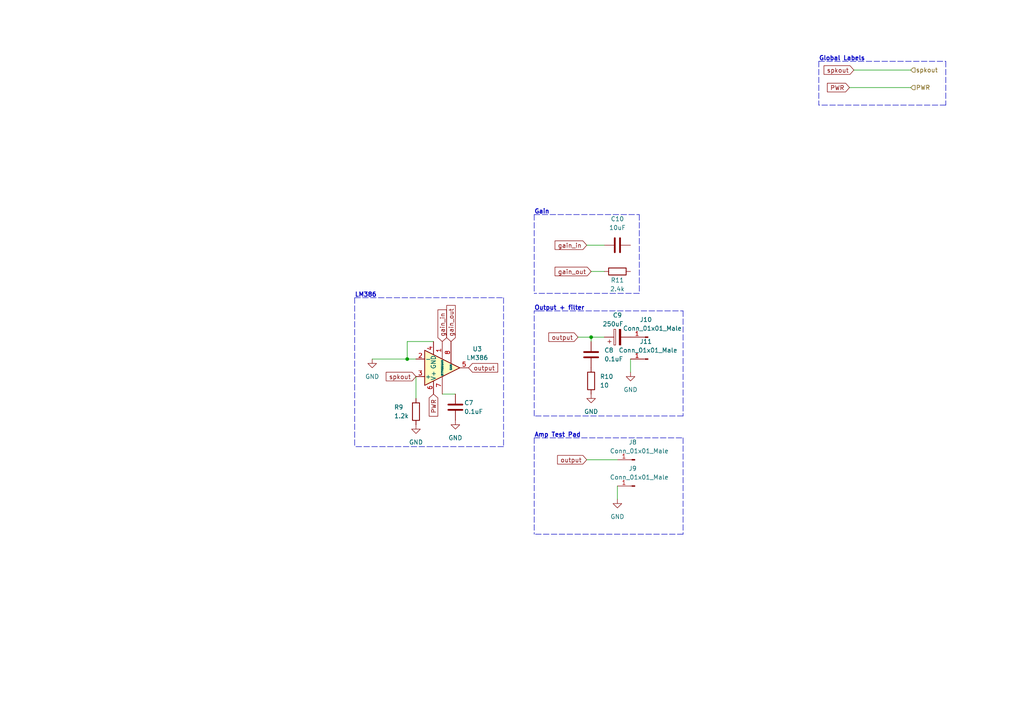
<source format=kicad_sch>
(kicad_sch (version 20211123) (generator eeschema)

  (uuid 89e35d13-9a11-42e5-9230-8f8cd01dd9ca)

  (paper "A4")

  (lib_symbols
    (symbol "Amplifier_Audio:LM386" (pin_names (offset 0.127)) (in_bom yes) (on_board yes)
      (property "Reference" "U" (id 0) (at 1.27 7.62 0)
        (effects (font (size 1.27 1.27)) (justify left))
      )
      (property "Value" "LM386" (id 1) (at 1.27 5.08 0)
        (effects (font (size 1.27 1.27)) (justify left))
      )
      (property "Footprint" "" (id 2) (at 2.54 2.54 0)
        (effects (font (size 1.27 1.27)) hide)
      )
      (property "Datasheet" "http://www.ti.com/lit/ds/symlink/lm386.pdf" (id 3) (at 5.08 5.08 0)
        (effects (font (size 1.27 1.27)) hide)
      )
      (property "ki_keywords" "single Power opamp" (id 4) (at 0 0 0)
        (effects (font (size 1.27 1.27)) hide)
      )
      (property "ki_description" "Low Voltage Audio Power Amplifier, DIP-8/SOIC-8/SSOP-8" (id 5) (at 0 0 0)
        (effects (font (size 1.27 1.27)) hide)
      )
      (property "ki_fp_filters" "SOIC*3.9x4.9mm*P1.27mm* DIP*W7.62mm* MSSOP*P0.65mm* TSSOP*3x3mm*P0.5mm*" (id 6) (at 0 0 0)
        (effects (font (size 1.27 1.27)) hide)
      )
      (symbol "LM386_0_1"
        (polyline
          (pts
            (xy 5.08 0)
            (xy -5.08 5.08)
            (xy -5.08 -5.08)
            (xy 5.08 0)
          )
          (stroke (width 0.254) (type default) (color 0 0 0 0))
          (fill (type background))
        )
      )
      (symbol "LM386_1_1"
        (pin input line (at 0 -7.62 90) (length 5.08)
          (name "GAIN" (effects (font (size 0.508 0.508))))
          (number "1" (effects (font (size 1.27 1.27))))
        )
        (pin input line (at -7.62 -2.54 0) (length 2.54)
          (name "-" (effects (font (size 1.27 1.27))))
          (number "2" (effects (font (size 1.27 1.27))))
        )
        (pin input line (at -7.62 2.54 0) (length 2.54)
          (name "+" (effects (font (size 1.27 1.27))))
          (number "3" (effects (font (size 1.27 1.27))))
        )
        (pin power_in line (at -2.54 -7.62 90) (length 3.81)
          (name "GND" (effects (font (size 1.27 1.27))))
          (number "4" (effects (font (size 1.27 1.27))))
        )
        (pin output line (at 7.62 0 180) (length 2.54)
          (name "~" (effects (font (size 1.27 1.27))))
          (number "5" (effects (font (size 1.27 1.27))))
        )
        (pin power_in line (at -2.54 7.62 270) (length 3.81)
          (name "V+" (effects (font (size 1.27 1.27))))
          (number "6" (effects (font (size 1.27 1.27))))
        )
        (pin input line (at 0 7.62 270) (length 5.08)
          (name "BYPASS" (effects (font (size 0.508 0.508))))
          (number "7" (effects (font (size 1.27 1.27))))
        )
        (pin input line (at 2.54 -7.62 90) (length 6.35)
          (name "GAIN" (effects (font (size 0.508 0.508))))
          (number "8" (effects (font (size 1.27 1.27))))
        )
      )
    )
    (symbol "Connector:Conn_01x01_Male" (pin_names (offset 1.016) hide) (in_bom yes) (on_board yes)
      (property "Reference" "J" (id 0) (at 0 2.54 0)
        (effects (font (size 1.27 1.27)))
      )
      (property "Value" "Conn_01x01_Male" (id 1) (at 0 -2.54 0)
        (effects (font (size 1.27 1.27)))
      )
      (property "Footprint" "" (id 2) (at 0 0 0)
        (effects (font (size 1.27 1.27)) hide)
      )
      (property "Datasheet" "~" (id 3) (at 0 0 0)
        (effects (font (size 1.27 1.27)) hide)
      )
      (property "ki_keywords" "connector" (id 4) (at 0 0 0)
        (effects (font (size 1.27 1.27)) hide)
      )
      (property "ki_description" "Generic connector, single row, 01x01, script generated (kicad-library-utils/schlib/autogen/connector/)" (id 5) (at 0 0 0)
        (effects (font (size 1.27 1.27)) hide)
      )
      (property "ki_fp_filters" "Connector*:*" (id 6) (at 0 0 0)
        (effects (font (size 1.27 1.27)) hide)
      )
      (symbol "Conn_01x01_Male_1_1"
        (polyline
          (pts
            (xy 1.27 0)
            (xy 0.8636 0)
          )
          (stroke (width 0.1524) (type default) (color 0 0 0 0))
          (fill (type none))
        )
        (rectangle (start 0.8636 0.127) (end 0 -0.127)
          (stroke (width 0.1524) (type default) (color 0 0 0 0))
          (fill (type outline))
        )
        (pin passive line (at 5.08 0 180) (length 3.81)
          (name "Pin_1" (effects (font (size 1.27 1.27))))
          (number "1" (effects (font (size 1.27 1.27))))
        )
      )
    )
    (symbol "Device:C" (pin_numbers hide) (pin_names (offset 0.254)) (in_bom yes) (on_board yes)
      (property "Reference" "C" (id 0) (at 0.635 2.54 0)
        (effects (font (size 1.27 1.27)) (justify left))
      )
      (property "Value" "C" (id 1) (at 0.635 -2.54 0)
        (effects (font (size 1.27 1.27)) (justify left))
      )
      (property "Footprint" "" (id 2) (at 0.9652 -3.81 0)
        (effects (font (size 1.27 1.27)) hide)
      )
      (property "Datasheet" "~" (id 3) (at 0 0 0)
        (effects (font (size 1.27 1.27)) hide)
      )
      (property "ki_keywords" "cap capacitor" (id 4) (at 0 0 0)
        (effects (font (size 1.27 1.27)) hide)
      )
      (property "ki_description" "Unpolarized capacitor" (id 5) (at 0 0 0)
        (effects (font (size 1.27 1.27)) hide)
      )
      (property "ki_fp_filters" "C_*" (id 6) (at 0 0 0)
        (effects (font (size 1.27 1.27)) hide)
      )
      (symbol "C_0_1"
        (polyline
          (pts
            (xy -2.032 -0.762)
            (xy 2.032 -0.762)
          )
          (stroke (width 0.508) (type default) (color 0 0 0 0))
          (fill (type none))
        )
        (polyline
          (pts
            (xy -2.032 0.762)
            (xy 2.032 0.762)
          )
          (stroke (width 0.508) (type default) (color 0 0 0 0))
          (fill (type none))
        )
      )
      (symbol "C_1_1"
        (pin passive line (at 0 3.81 270) (length 2.794)
          (name "~" (effects (font (size 1.27 1.27))))
          (number "1" (effects (font (size 1.27 1.27))))
        )
        (pin passive line (at 0 -3.81 90) (length 2.794)
          (name "~" (effects (font (size 1.27 1.27))))
          (number "2" (effects (font (size 1.27 1.27))))
        )
      )
    )
    (symbol "Device:C_Polarized" (pin_numbers hide) (pin_names (offset 0.254)) (in_bom yes) (on_board yes)
      (property "Reference" "C" (id 0) (at 0.635 2.54 0)
        (effects (font (size 1.27 1.27)) (justify left))
      )
      (property "Value" "C_Polarized" (id 1) (at 0.635 -2.54 0)
        (effects (font (size 1.27 1.27)) (justify left))
      )
      (property "Footprint" "" (id 2) (at 0.9652 -3.81 0)
        (effects (font (size 1.27 1.27)) hide)
      )
      (property "Datasheet" "~" (id 3) (at 0 0 0)
        (effects (font (size 1.27 1.27)) hide)
      )
      (property "ki_keywords" "cap capacitor" (id 4) (at 0 0 0)
        (effects (font (size 1.27 1.27)) hide)
      )
      (property "ki_description" "Polarized capacitor" (id 5) (at 0 0 0)
        (effects (font (size 1.27 1.27)) hide)
      )
      (property "ki_fp_filters" "CP_*" (id 6) (at 0 0 0)
        (effects (font (size 1.27 1.27)) hide)
      )
      (symbol "C_Polarized_0_1"
        (rectangle (start -2.286 0.508) (end 2.286 1.016)
          (stroke (width 0) (type default) (color 0 0 0 0))
          (fill (type none))
        )
        (polyline
          (pts
            (xy -1.778 2.286)
            (xy -0.762 2.286)
          )
          (stroke (width 0) (type default) (color 0 0 0 0))
          (fill (type none))
        )
        (polyline
          (pts
            (xy -1.27 2.794)
            (xy -1.27 1.778)
          )
          (stroke (width 0) (type default) (color 0 0 0 0))
          (fill (type none))
        )
        (rectangle (start 2.286 -0.508) (end -2.286 -1.016)
          (stroke (width 0) (type default) (color 0 0 0 0))
          (fill (type outline))
        )
      )
      (symbol "C_Polarized_1_1"
        (pin passive line (at 0 3.81 270) (length 2.794)
          (name "~" (effects (font (size 1.27 1.27))))
          (number "1" (effects (font (size 1.27 1.27))))
        )
        (pin passive line (at 0 -3.81 90) (length 2.794)
          (name "~" (effects (font (size 1.27 1.27))))
          (number "2" (effects (font (size 1.27 1.27))))
        )
      )
    )
    (symbol "Device:R" (pin_numbers hide) (pin_names (offset 0)) (in_bom yes) (on_board yes)
      (property "Reference" "R" (id 0) (at 2.032 0 90)
        (effects (font (size 1.27 1.27)))
      )
      (property "Value" "R" (id 1) (at 0 0 90)
        (effects (font (size 1.27 1.27)))
      )
      (property "Footprint" "" (id 2) (at -1.778 0 90)
        (effects (font (size 1.27 1.27)) hide)
      )
      (property "Datasheet" "~" (id 3) (at 0 0 0)
        (effects (font (size 1.27 1.27)) hide)
      )
      (property "ki_keywords" "R res resistor" (id 4) (at 0 0 0)
        (effects (font (size 1.27 1.27)) hide)
      )
      (property "ki_description" "Resistor" (id 5) (at 0 0 0)
        (effects (font (size 1.27 1.27)) hide)
      )
      (property "ki_fp_filters" "R_*" (id 6) (at 0 0 0)
        (effects (font (size 1.27 1.27)) hide)
      )
      (symbol "R_0_1"
        (rectangle (start -1.016 -2.54) (end 1.016 2.54)
          (stroke (width 0.254) (type default) (color 0 0 0 0))
          (fill (type none))
        )
      )
      (symbol "R_1_1"
        (pin passive line (at 0 3.81 270) (length 1.27)
          (name "~" (effects (font (size 1.27 1.27))))
          (number "1" (effects (font (size 1.27 1.27))))
        )
        (pin passive line (at 0 -3.81 90) (length 1.27)
          (name "~" (effects (font (size 1.27 1.27))))
          (number "2" (effects (font (size 1.27 1.27))))
        )
      )
    )
    (symbol "power:GND" (power) (pin_names (offset 0)) (in_bom yes) (on_board yes)
      (property "Reference" "#PWR" (id 0) (at 0 -6.35 0)
        (effects (font (size 1.27 1.27)) hide)
      )
      (property "Value" "GND" (id 1) (at 0 -3.81 0)
        (effects (font (size 1.27 1.27)))
      )
      (property "Footprint" "" (id 2) (at 0 0 0)
        (effects (font (size 1.27 1.27)) hide)
      )
      (property "Datasheet" "" (id 3) (at 0 0 0)
        (effects (font (size 1.27 1.27)) hide)
      )
      (property "ki_keywords" "global power" (id 4) (at 0 0 0)
        (effects (font (size 1.27 1.27)) hide)
      )
      (property "ki_description" "Power symbol creates a global label with name \"GND\" , ground" (id 5) (at 0 0 0)
        (effects (font (size 1.27 1.27)) hide)
      )
      (symbol "GND_0_1"
        (polyline
          (pts
            (xy 0 0)
            (xy 0 -1.27)
            (xy 1.27 -1.27)
            (xy 0 -2.54)
            (xy -1.27 -1.27)
            (xy 0 -1.27)
          )
          (stroke (width 0) (type default) (color 0 0 0 0))
          (fill (type none))
        )
      )
      (symbol "GND_1_1"
        (pin power_in line (at 0 0 270) (length 0) hide
          (name "GND" (effects (font (size 1.27 1.27))))
          (number "1" (effects (font (size 1.27 1.27))))
        )
      )
    )
  )

  (junction (at 171.45 97.79) (diameter 0) (color 0 0 0 0)
    (uuid 80e792b0-d46d-4a67-8464-50892112473f)
  )
  (junction (at 118.11 104.14) (diameter 0) (color 0 0 0 0)
    (uuid ed247239-bc9c-4f73-8e25-3cb848ce2543)
  )

  (polyline (pts (xy 274.32 30.48) (xy 237.49 30.48))
    (stroke (width 0) (type default) (color 0 0 0 0))
    (uuid 05a6b8fc-6df0-40af-8235-34ee9c0475e2)
  )

  (wire (pts (xy 179.07 140.97) (xy 179.07 144.78))
    (stroke (width 0) (type default) (color 0 0 0 0))
    (uuid 0fcce829-2962-4efe-a33a-6ba483b9114a)
  )
  (polyline (pts (xy 154.94 120.65) (xy 154.94 90.17))
    (stroke (width 0) (type default) (color 0 0 0 0))
    (uuid 133040aa-0c8d-4073-9724-4975c2ed0f34)
  )
  (polyline (pts (xy 146.05 86.36) (xy 146.05 129.54))
    (stroke (width 0) (type default) (color 0 0 0 0))
    (uuid 1bf72d14-5e1c-4a16-a3fd-5ac791319be9)
  )

  (wire (pts (xy 246.38 25.4) (xy 264.16 25.4))
    (stroke (width 0) (type default) (color 0 0 0 0))
    (uuid 1c6202af-7f05-491b-8ce1-3154fcb30b91)
  )
  (polyline (pts (xy 237.49 17.78) (xy 274.32 17.78))
    (stroke (width 0) (type default) (color 0 0 0 0))
    (uuid 218ff821-43c9-4496-add2-ae881442dff0)
  )
  (polyline (pts (xy 198.12 120.65) (xy 154.94 120.65))
    (stroke (width 0) (type default) (color 0 0 0 0))
    (uuid 27ec7739-64c1-4ee3-adf8-639c9715efbd)
  )
  (polyline (pts (xy 154.94 127) (xy 198.12 127))
    (stroke (width 0) (type default) (color 0 0 0 0))
    (uuid 294f255d-e271-4783-aaba-c8eee1eeb196)
  )
  (polyline (pts (xy 156.21 90.17) (xy 198.12 90.17))
    (stroke (width 0) (type default) (color 0 0 0 0))
    (uuid 3f7af3a5-2c0f-4ea2-a8ea-aa651558ba3c)
  )
  (polyline (pts (xy 154.94 90.17) (xy 156.21 90.17))
    (stroke (width 0) (type default) (color 0 0 0 0))
    (uuid 48e10d58-b4a9-44c4-bd52-77bda3a3e4ef)
  )

  (wire (pts (xy 120.65 109.22) (xy 120.65 115.57))
    (stroke (width 0) (type default) (color 0 0 0 0))
    (uuid 56994c9c-00c1-4bab-b9d8-d3254273c157)
  )
  (wire (pts (xy 118.11 104.14) (xy 120.65 104.14))
    (stroke (width 0) (type default) (color 0 0 0 0))
    (uuid 5744add2-9b3e-444a-b39d-a3cd74ae5f15)
  )
  (wire (pts (xy 167.64 97.79) (xy 171.45 97.79))
    (stroke (width 0) (type default) (color 0 0 0 0))
    (uuid 57764bcd-4f5d-4e04-ada1-25cb110a2b4b)
  )
  (polyline (pts (xy 185.42 85.09) (xy 154.94 85.09))
    (stroke (width 0) (type default) (color 0 0 0 0))
    (uuid 65c9d92a-0fb0-4cb4-a21b-2fce6f6cdf5f)
  )
  (polyline (pts (xy 154.94 127) (xy 154.94 154.94))
    (stroke (width 0) (type default) (color 0 0 0 0))
    (uuid 68f7648b-b86e-498f-9faa-9a375da604bf)
  )

  (wire (pts (xy 171.45 97.79) (xy 171.45 99.06))
    (stroke (width 0) (type default) (color 0 0 0 0))
    (uuid 6e30ef27-80a4-4b7d-aff6-b36ecbb70137)
  )
  (polyline (pts (xy 237.49 17.78) (xy 237.49 30.48))
    (stroke (width 0) (type default) (color 0 0 0 0))
    (uuid 7cb74228-6de5-4cd5-b741-ad9355e0a1bd)
  )

  (wire (pts (xy 118.11 99.06) (xy 118.11 104.14))
    (stroke (width 0) (type default) (color 0 0 0 0))
    (uuid 8eac57af-6394-49c3-8cbd-64d0a98a3294)
  )
  (polyline (pts (xy 185.42 62.23) (xy 185.42 85.09))
    (stroke (width 0) (type default) (color 0 0 0 0))
    (uuid 8ed39aae-f74c-4188-940e-4f69d8b9980d)
  )

  (wire (pts (xy 132.08 114.3) (xy 128.27 114.3))
    (stroke (width 0) (type default) (color 0 0 0 0))
    (uuid 98302493-c026-44b8-a4f2-d15ab3e5dcaa)
  )
  (wire (pts (xy 247.65 20.32) (xy 264.16 20.32))
    (stroke (width 0) (type default) (color 0 0 0 0))
    (uuid 99f21c97-a4fd-4c6c-9408-ef43e2efebaf)
  )
  (polyline (pts (xy 274.32 17.78) (xy 274.32 30.48))
    (stroke (width 0) (type default) (color 0 0 0 0))
    (uuid a06a3a7a-a7f6-49cc-9e06-8473e1d15287)
  )

  (wire (pts (xy 170.18 71.12) (xy 175.26 71.12))
    (stroke (width 0) (type default) (color 0 0 0 0))
    (uuid a924a348-b977-409e-a1da-de8fcb00ba66)
  )
  (wire (pts (xy 125.73 99.06) (xy 118.11 99.06))
    (stroke (width 0) (type default) (color 0 0 0 0))
    (uuid adedc55b-b018-4160-8c52-281e00ab0b04)
  )
  (polyline (pts (xy 154.94 62.23) (xy 154.94 85.09))
    (stroke (width 0) (type default) (color 0 0 0 0))
    (uuid aecaeec3-22a1-432c-8fe7-1f02c76e730b)
  )

  (wire (pts (xy 170.18 133.35) (xy 179.07 133.35))
    (stroke (width 0) (type default) (color 0 0 0 0))
    (uuid b0f97158-04d4-49a2-a8e7-4a8d23102bf7)
  )
  (wire (pts (xy 107.95 104.14) (xy 118.11 104.14))
    (stroke (width 0) (type default) (color 0 0 0 0))
    (uuid b5d861a7-9dc9-49ca-8202-f76532182c87)
  )
  (polyline (pts (xy 198.12 127) (xy 198.12 154.94))
    (stroke (width 0) (type default) (color 0 0 0 0))
    (uuid bcd328c9-d0d4-49a6-a150-8b6b61fecb5f)
  )
  (polyline (pts (xy 198.12 90.17) (xy 198.12 120.65))
    (stroke (width 0) (type default) (color 0 0 0 0))
    (uuid bcec7ce2-ea0d-4004-b61b-5f117d00f8c6)
  )

  (wire (pts (xy 171.45 78.74) (xy 175.26 78.74))
    (stroke (width 0) (type default) (color 0 0 0 0))
    (uuid cca47eb0-87e9-425a-8440-e2013d994e2d)
  )
  (wire (pts (xy 171.45 97.79) (xy 175.26 97.79))
    (stroke (width 0) (type default) (color 0 0 0 0))
    (uuid d5ab7112-7907-4951-a078-4ac312752c25)
  )
  (polyline (pts (xy 198.12 154.94) (xy 154.94 154.94))
    (stroke (width 0) (type default) (color 0 0 0 0))
    (uuid d70fc489-a8a2-480a-9b8a-2d365af7ba6b)
  )
  (polyline (pts (xy 102.87 86.36) (xy 146.05 86.36))
    (stroke (width 0) (type default) (color 0 0 0 0))
    (uuid d80f40ff-5cd8-4c3d-a3fa-dfbe4daecb6a)
  )
  (polyline (pts (xy 102.87 86.36) (xy 102.87 129.54))
    (stroke (width 0) (type default) (color 0 0 0 0))
    (uuid d99aa9f6-42b6-4d02-99a0-c00245c8afe8)
  )

  (wire (pts (xy 182.88 104.14) (xy 182.88 107.95))
    (stroke (width 0) (type default) (color 0 0 0 0))
    (uuid e28a8586-9fd7-483a-b172-052f3c088f59)
  )
  (polyline (pts (xy 146.05 129.54) (xy 102.87 129.54))
    (stroke (width 0) (type default) (color 0 0 0 0))
    (uuid ed8c4d2e-2a7c-4b5b-9d10-9a82131201e2)
  )
  (polyline (pts (xy 154.94 62.23) (xy 185.42 62.23))
    (stroke (width 0) (type default) (color 0 0 0 0))
    (uuid f7ff2e97-4b9a-4345-be91-2f9d635560d0)
  )

  (text "Gain" (at 154.94 62.23 0)
    (effects (font (size 1.27 1.27) (thickness 0.254) bold) (justify left bottom))
    (uuid 0d2be527-6718-41c0-a754-155a1f3c945e)
  )
  (text "Amp Test Pad" (at 154.94 127 0)
    (effects (font (size 1.27 1.27) (thickness 0.254) bold) (justify left bottom))
    (uuid 2e80db88-7f5a-4700-ab58-27cf6c7a9081)
  )
  (text "Global Labels" (at 237.49 17.78 0)
    (effects (font (size 1.27 1.27) (thickness 0.254) bold) (justify left bottom))
    (uuid 4c9cdd41-8c39-4d24-a8ff-06c677b69b1e)
  )
  (text "Output + filter" (at 154.94 90.17 0)
    (effects (font (size 1.27 1.27) (thickness 0.254) bold) (justify left bottom))
    (uuid e1c954e9-eb8d-47a8-aa4d-d736434ef8ac)
  )
  (text "LM386" (at 102.87 86.36 0)
    (effects (font (size 1.27 1.27) bold) (justify left bottom))
    (uuid e6c07a63-b404-484d-8e2b-71bfa7d5f484)
  )

  (global_label "spkout" (shape input) (at 247.65 20.32 180) (fields_autoplaced)
    (effects (font (size 1.27 1.27)) (justify right))
    (uuid 00043014-e5b8-434f-bc09-5168c6440294)
    (property "Intersheet References" "${INTERSHEET_REFS}" (id 0) (at 239.0079 20.2406 0)
      (effects (font (size 1.27 1.27)) (justify right) hide)
    )
  )
  (global_label "PWR" (shape input) (at 125.73 114.3 270) (fields_autoplaced)
    (effects (font (size 1.27 1.27)) (justify right))
    (uuid 085f27ae-7b4e-4c3f-be64-05e2b25bab0f)
    (property "Intersheet References" "${INTERSHEET_REFS}" (id 0) (at 125.6506 120.7045 90)
      (effects (font (size 1.27 1.27)) (justify right) hide)
    )
  )
  (global_label "output" (shape input) (at 167.64 97.79 180) (fields_autoplaced)
    (effects (font (size 1.27 1.27)) (justify right))
    (uuid 2a434cf6-920c-4c62-8260-ca53d71e2ca5)
    (property "Intersheet References" "${INTERSHEET_REFS}" (id 0) (at 159.1793 97.7106 0)
      (effects (font (size 1.27 1.27)) (justify right) hide)
    )
  )
  (global_label "gain_out" (shape input) (at 130.81 99.06 90) (fields_autoplaced)
    (effects (font (size 1.27 1.27)) (justify left))
    (uuid 6b45b195-13cc-4113-9433-066d3be1921d)
    (property "Intersheet References" "${INTERSHEET_REFS}" (id 0) (at 130.7306 88.6036 90)
      (effects (font (size 1.27 1.27)) (justify left) hide)
    )
  )
  (global_label "spkout" (shape input) (at 120.65 109.22 180) (fields_autoplaced)
    (effects (font (size 1.27 1.27)) (justify right))
    (uuid 6f53f2d5-9c61-4f08-99a3-665ff6d35853)
    (property "Intersheet References" "${INTERSHEET_REFS}" (id 0) (at 112.0079 109.1406 0)
      (effects (font (size 1.27 1.27)) (justify right) hide)
    )
  )
  (global_label "gain_out" (shape input) (at 171.45 78.74 180) (fields_autoplaced)
    (effects (font (size 1.27 1.27)) (justify right))
    (uuid 6f908467-7027-41aa-91d4-8c69ab433787)
    (property "Intersheet References" "${INTERSHEET_REFS}" (id 0) (at 160.9936 78.6606 0)
      (effects (font (size 1.27 1.27)) (justify right) hide)
    )
  )
  (global_label "gain_in" (shape input) (at 170.18 71.12 180) (fields_autoplaced)
    (effects (font (size 1.27 1.27)) (justify right))
    (uuid 77cd4ca1-f82e-4751-ac9c-1a70d1f2e9b1)
    (property "Intersheet References" "${INTERSHEET_REFS}" (id 0) (at 160.9936 71.0406 0)
      (effects (font (size 1.27 1.27)) (justify right) hide)
    )
  )
  (global_label "output" (shape input) (at 135.89 106.68 0) (fields_autoplaced)
    (effects (font (size 1.27 1.27)) (justify left))
    (uuid 8c68a07c-0613-4d91-ab7d-01889f1fff9c)
    (property "Intersheet References" "${INTERSHEET_REFS}" (id 0) (at 144.3507 106.7594 0)
      (effects (font (size 1.27 1.27)) (justify left) hide)
    )
  )
  (global_label "output" (shape input) (at 170.18 133.35 180) (fields_autoplaced)
    (effects (font (size 1.27 1.27)) (justify right))
    (uuid b9546003-22a0-427b-bba4-d91edc9611fb)
    (property "Intersheet References" "${INTERSHEET_REFS}" (id 0) (at 161.7193 133.2706 0)
      (effects (font (size 1.27 1.27)) (justify right) hide)
    )
  )
  (global_label "gain_in" (shape input) (at 128.27 99.06 90) (fields_autoplaced)
    (effects (font (size 1.27 1.27)) (justify left))
    (uuid c41d66f7-9c4b-457b-b505-25ff4804ac45)
    (property "Intersheet References" "${INTERSHEET_REFS}" (id 0) (at 128.1906 89.8736 90)
      (effects (font (size 1.27 1.27)) (justify left) hide)
    )
  )
  (global_label "PWR" (shape input) (at 246.38 25.4 180) (fields_autoplaced)
    (effects (font (size 1.27 1.27)) (justify right))
    (uuid f6072694-506b-42bd-9d70-959dcca81096)
    (property "Intersheet References" "${INTERSHEET_REFS}" (id 0) (at 239.9755 25.3206 0)
      (effects (font (size 1.27 1.27)) (justify right) hide)
    )
  )

  (hierarchical_label "spkout" (shape input) (at 264.16 20.32 0)
    (effects (font (size 1.27 1.27)) (justify left))
    (uuid 9354a11f-2390-492e-a5f1-57b7cbcf43cb)
  )
  (hierarchical_label "PWR" (shape input) (at 264.16 25.4 0)
    (effects (font (size 1.27 1.27)) (justify left))
    (uuid a25ac392-9d74-4469-9e0c-953f877c286f)
  )

  (symbol (lib_id "Device:C") (at 171.45 102.87 0) (unit 1)
    (in_bom yes) (on_board yes) (fields_autoplaced)
    (uuid 11024ca7-6b49-4898-ba5d-b0467825613d)
    (property "Reference" "C8" (id 0) (at 175.26 101.5999 0)
      (effects (font (size 1.27 1.27)) (justify left))
    )
    (property "Value" "0.1uF" (id 1) (at 175.26 104.1399 0)
      (effects (font (size 1.27 1.27)) (justify left))
    )
    (property "Footprint" "Capacitor_SMD:C_0402_1005Metric" (id 2) (at 172.4152 106.68 0)
      (effects (font (size 1.27 1.27)) hide)
    )
    (property "Datasheet" "~" (id 3) (at 171.45 102.87 0)
      (effects (font (size 1.27 1.27)) hide)
    )
    (pin "1" (uuid 584f8f39-dedd-4a03-b692-0710a560bfba))
    (pin "2" (uuid 0bb7af38-c82f-4eff-8478-70578007a36a))
  )

  (symbol (lib_id "power:GND") (at 120.65 123.19 0) (unit 1)
    (in_bom yes) (on_board yes) (fields_autoplaced)
    (uuid 13408a03-1263-4fba-9059-7d418a83b5aa)
    (property "Reference" "#PWR016" (id 0) (at 120.65 129.54 0)
      (effects (font (size 1.27 1.27)) hide)
    )
    (property "Value" "GND" (id 1) (at 120.65 128.27 0))
    (property "Footprint" "" (id 2) (at 120.65 123.19 0)
      (effects (font (size 1.27 1.27)) hide)
    )
    (property "Datasheet" "" (id 3) (at 120.65 123.19 0)
      (effects (font (size 1.27 1.27)) hide)
    )
    (pin "1" (uuid ad5a25ea-06e1-48b9-8ec9-e6476980fa81))
  )

  (symbol (lib_id "Connector:Conn_01x01_Male") (at 184.15 133.35 180) (unit 1)
    (in_bom yes) (on_board yes)
    (uuid 2a8e9a03-b6d9-4467-a508-145dd1525e3c)
    (property "Reference" "J8" (id 0) (at 183.515 128.27 0))
    (property "Value" "Conn_01x01_Male" (id 1) (at 185.42 130.81 0))
    (property "Footprint" "TestPoint:TestPoint_Pad_D2.0mm" (id 2) (at 184.15 133.35 0)
      (effects (font (size 1.27 1.27)) hide)
    )
    (property "Datasheet" "~" (id 3) (at 184.15 133.35 0)
      (effects (font (size 1.27 1.27)) hide)
    )
    (pin "1" (uuid c4405310-fe1b-4d0f-b230-5b932853d1f5))
  )

  (symbol (lib_id "power:GND") (at 171.45 114.3 0) (unit 1)
    (in_bom yes) (on_board yes) (fields_autoplaced)
    (uuid 30f1cc07-5cb7-487f-8167-8768b289bfb6)
    (property "Reference" "#PWR018" (id 0) (at 171.45 120.65 0)
      (effects (font (size 1.27 1.27)) hide)
    )
    (property "Value" "GND" (id 1) (at 171.45 119.38 0))
    (property "Footprint" "" (id 2) (at 171.45 114.3 0)
      (effects (font (size 1.27 1.27)) hide)
    )
    (property "Datasheet" "" (id 3) (at 171.45 114.3 0)
      (effects (font (size 1.27 1.27)) hide)
    )
    (pin "1" (uuid 607eee90-389f-469a-870e-7c45a6efd652))
  )

  (symbol (lib_id "Device:C") (at 132.08 118.11 0) (unit 1)
    (in_bom yes) (on_board yes)
    (uuid 37228f27-00e7-4f82-a485-6cd65378261a)
    (property "Reference" "C7" (id 0) (at 134.62 116.84 0)
      (effects (font (size 1.27 1.27)) (justify left))
    )
    (property "Value" "0.1uF" (id 1) (at 134.62 119.38 0)
      (effects (font (size 1.27 1.27)) (justify left))
    )
    (property "Footprint" "Capacitor_SMD:C_0402_1005Metric" (id 2) (at 133.0452 121.92 0)
      (effects (font (size 1.27 1.27)) hide)
    )
    (property "Datasheet" "~" (id 3) (at 132.08 118.11 0)
      (effects (font (size 1.27 1.27)) hide)
    )
    (pin "1" (uuid 28a17dc7-02e5-484c-bbd1-3bae306c4335))
    (pin "2" (uuid 7021c07c-f413-49d9-afc3-9284319e8d1d))
  )

  (symbol (lib_id "Device:R") (at 120.65 119.38 0) (unit 1)
    (in_bom yes) (on_board yes)
    (uuid 6faf2575-72a2-468a-85cf-cbea6fd17c8f)
    (property "Reference" "R9" (id 0) (at 114.3 118.11 0)
      (effects (font (size 1.27 1.27)) (justify left))
    )
    (property "Value" "1.2k" (id 1) (at 114.3 120.65 0)
      (effects (font (size 1.27 1.27)) (justify left))
    )
    (property "Footprint" "Resistor_SMD:R_0402_1005Metric" (id 2) (at 118.872 119.38 90)
      (effects (font (size 1.27 1.27)) hide)
    )
    (property "Datasheet" "~" (id 3) (at 120.65 119.38 0)
      (effects (font (size 1.27 1.27)) hide)
    )
    (pin "1" (uuid bc27055f-de27-4e48-ad30-976b09f8398b))
    (pin "2" (uuid d77bf90b-f024-48c2-bd68-c151b581c857))
  )

  (symbol (lib_id "power:GND") (at 179.07 144.78 0) (unit 1)
    (in_bom yes) (on_board yes) (fields_autoplaced)
    (uuid 79da154b-080a-4731-abc3-393ffb57853e)
    (property "Reference" "#PWR019" (id 0) (at 179.07 151.13 0)
      (effects (font (size 1.27 1.27)) hide)
    )
    (property "Value" "GND" (id 1) (at 179.07 149.86 0))
    (property "Footprint" "" (id 2) (at 179.07 144.78 0)
      (effects (font (size 1.27 1.27)) hide)
    )
    (property "Datasheet" "" (id 3) (at 179.07 144.78 0)
      (effects (font (size 1.27 1.27)) hide)
    )
    (pin "1" (uuid eaafa725-421c-447e-a243-df7bc74e63ac))
  )

  (symbol (lib_id "Device:C") (at 179.07 71.12 90) (unit 1)
    (in_bom yes) (on_board yes) (fields_autoplaced)
    (uuid 81d4b47b-f065-4d86-86c6-cb49a755770f)
    (property "Reference" "C10" (id 0) (at 179.07 63.5 90))
    (property "Value" "10uF" (id 1) (at 179.07 66.04 90))
    (property "Footprint" "Capacitor_SMD:C_0402_1005Metric" (id 2) (at 182.88 70.1548 0)
      (effects (font (size 1.27 1.27)) hide)
    )
    (property "Datasheet" "~" (id 3) (at 179.07 71.12 0)
      (effects (font (size 1.27 1.27)) hide)
    )
    (pin "1" (uuid 7ace1442-bb3f-4ce8-8420-ea4f78d90da3))
    (pin "2" (uuid 7da38508-0689-46ba-8e49-1bb4f9c9254b))
  )

  (symbol (lib_id "Connector:Conn_01x01_Male") (at 187.96 97.79 180) (unit 1)
    (in_bom yes) (on_board yes)
    (uuid 8472c9e9-7e76-4355-b9a8-ea0de0446747)
    (property "Reference" "J10" (id 0) (at 187.325 92.71 0))
    (property "Value" "Conn_01x01_Male" (id 1) (at 189.23 95.25 0))
    (property "Footprint" "TestPoint:TestPoint_Pad_D2.0mm" (id 2) (at 187.96 97.79 0)
      (effects (font (size 1.27 1.27)) hide)
    )
    (property "Datasheet" "~" (id 3) (at 187.96 97.79 0)
      (effects (font (size 1.27 1.27)) hide)
    )
    (pin "1" (uuid ec703ce1-32ac-4b58-ba07-c8b70529f0b1))
  )

  (symbol (lib_id "Amplifier_Audio:LM386") (at 128.27 106.68 0) (mirror x) (unit 1)
    (in_bom yes) (on_board yes) (fields_autoplaced)
    (uuid 9026a2ea-0bf5-468f-aae4-73d41284dff6)
    (property "Reference" "U3" (id 0) (at 138.43 101.2188 0))
    (property "Value" "LM386" (id 1) (at 138.43 103.7588 0))
    (property "Footprint" "baseball:SOIC127P600X175-8N" (id 2) (at 130.81 109.22 0)
      (effects (font (size 1.27 1.27)) hide)
    )
    (property "Datasheet" "http://www.ti.com/lit/ds/symlink/lm386.pdf" (id 3) (at 133.35 111.76 0)
      (effects (font (size 1.27 1.27)) hide)
    )
    (pin "1" (uuid ec672679-da70-4205-8046-c4a3e9058f17))
    (pin "2" (uuid 6d4f67fb-22ec-436b-9404-f9209249304d))
    (pin "3" (uuid 4485705e-fae8-4528-b5bd-249b61cb1bef))
    (pin "4" (uuid 59f1cf2e-d144-449a-b1ee-53f27e0013cb))
    (pin "5" (uuid d27d780e-6b37-4be4-a3aa-16113cd17824))
    (pin "6" (uuid 9e669472-242a-4824-b428-91a18ceb7a88))
    (pin "7" (uuid 21e0017b-cb68-4df9-a151-91a02b6849d3))
    (pin "8" (uuid b9c89b6a-4fac-423b-83c9-bb32da007bac))
  )

  (symbol (lib_id "Device:R") (at 171.45 110.49 0) (unit 1)
    (in_bom yes) (on_board yes) (fields_autoplaced)
    (uuid af15ad09-c7ba-476f-a480-08cf1a983ca0)
    (property "Reference" "R10" (id 0) (at 173.99 109.2199 0)
      (effects (font (size 1.27 1.27)) (justify left))
    )
    (property "Value" "10" (id 1) (at 173.99 111.7599 0)
      (effects (font (size 1.27 1.27)) (justify left))
    )
    (property "Footprint" "Resistor_SMD:R_0402_1005Metric" (id 2) (at 169.672 110.49 90)
      (effects (font (size 1.27 1.27)) hide)
    )
    (property "Datasheet" "~" (id 3) (at 171.45 110.49 0)
      (effects (font (size 1.27 1.27)) hide)
    )
    (pin "1" (uuid 4673930a-3d0c-4cff-9896-84b481663225))
    (pin "2" (uuid 6d3ffd03-80bd-4d4f-a099-fda8b1e52ba7))
  )

  (symbol (lib_id "power:GND") (at 132.08 121.92 0) (unit 1)
    (in_bom yes) (on_board yes) (fields_autoplaced)
    (uuid b0f43433-e569-45ab-bcdc-5950e3b011ca)
    (property "Reference" "#PWR017" (id 0) (at 132.08 128.27 0)
      (effects (font (size 1.27 1.27)) hide)
    )
    (property "Value" "GND" (id 1) (at 132.08 127 0))
    (property "Footprint" "" (id 2) (at 132.08 121.92 0)
      (effects (font (size 1.27 1.27)) hide)
    )
    (property "Datasheet" "" (id 3) (at 132.08 121.92 0)
      (effects (font (size 1.27 1.27)) hide)
    )
    (pin "1" (uuid c03e06a9-5799-4f9a-9eca-8baed1ca9cfe))
  )

  (symbol (lib_id "Device:R") (at 179.07 78.74 90) (unit 1)
    (in_bom yes) (on_board yes)
    (uuid b461f1e0-75c5-4f58-b328-d0db8b1a41cf)
    (property "Reference" "R11" (id 0) (at 179.07 81.28 90))
    (property "Value" "2.4k" (id 1) (at 179.07 83.82 90))
    (property "Footprint" "Resistor_SMD:R_0402_1005Metric" (id 2) (at 179.07 80.518 90)
      (effects (font (size 1.27 1.27)) hide)
    )
    (property "Datasheet" "~" (id 3) (at 179.07 78.74 0)
      (effects (font (size 1.27 1.27)) hide)
    )
    (pin "1" (uuid 3a223484-c7cb-4b47-98ae-562f61517b7b))
    (pin "2" (uuid 00133196-fde8-4147-b963-574bbba2dd26))
  )

  (symbol (lib_id "Connector:Conn_01x01_Male") (at 187.96 104.14 180) (unit 1)
    (in_bom yes) (on_board yes)
    (uuid c594695d-abe1-4977-b6c1-00620153a85a)
    (property "Reference" "J11" (id 0) (at 187.325 99.06 0))
    (property "Value" "Conn_01x01_Male" (id 1) (at 187.96 101.6 0))
    (property "Footprint" "TestPoint:TestPoint_Pad_D2.0mm" (id 2) (at 187.96 104.14 0)
      (effects (font (size 1.27 1.27)) hide)
    )
    (property "Datasheet" "~" (id 3) (at 187.96 104.14 0)
      (effects (font (size 1.27 1.27)) hide)
    )
    (pin "1" (uuid 791317e4-5c5e-4e6e-b050-ca781f0c62e2))
  )

  (symbol (lib_id "power:GND") (at 182.88 107.95 0) (unit 1)
    (in_bom yes) (on_board yes) (fields_autoplaced)
    (uuid c9c6b888-a2df-4f6d-a090-34978fcd0c12)
    (property "Reference" "#PWR020" (id 0) (at 182.88 114.3 0)
      (effects (font (size 1.27 1.27)) hide)
    )
    (property "Value" "GND" (id 1) (at 182.88 113.03 0))
    (property "Footprint" "" (id 2) (at 182.88 107.95 0)
      (effects (font (size 1.27 1.27)) hide)
    )
    (property "Datasheet" "" (id 3) (at 182.88 107.95 0)
      (effects (font (size 1.27 1.27)) hide)
    )
    (pin "1" (uuid 489bce5d-70a0-4384-81bd-01b895f9b944))
  )

  (symbol (lib_id "power:GND") (at 107.95 104.14 0) (unit 1)
    (in_bom yes) (on_board yes) (fields_autoplaced)
    (uuid cde0afa6-bca3-4f6c-98a8-f7e9db9e1841)
    (property "Reference" "#PWR015" (id 0) (at 107.95 110.49 0)
      (effects (font (size 1.27 1.27)) hide)
    )
    (property "Value" "GND" (id 1) (at 107.95 109.22 0))
    (property "Footprint" "" (id 2) (at 107.95 104.14 0)
      (effects (font (size 1.27 1.27)) hide)
    )
    (property "Datasheet" "" (id 3) (at 107.95 104.14 0)
      (effects (font (size 1.27 1.27)) hide)
    )
    (pin "1" (uuid e5afd012-bd7c-4d34-b85f-51fefb98a635))
  )

  (symbol (lib_id "Connector:Conn_01x01_Male") (at 184.15 140.97 180) (unit 1)
    (in_bom yes) (on_board yes)
    (uuid e32819e5-74d1-4a5a-a313-3c119d3d39f0)
    (property "Reference" "J9" (id 0) (at 183.515 135.89 0))
    (property "Value" "Conn_01x01_Male" (id 1) (at 185.42 138.43 0))
    (property "Footprint" "TestPoint:TestPoint_Pad_D2.0mm" (id 2) (at 184.15 140.97 0)
      (effects (font (size 1.27 1.27)) hide)
    )
    (property "Datasheet" "~" (id 3) (at 184.15 140.97 0)
      (effects (font (size 1.27 1.27)) hide)
    )
    (pin "1" (uuid 0061ff88-e64f-4902-9577-fc2b56e62966))
  )

  (symbol (lib_id "Device:C_Polarized") (at 179.07 97.79 90) (unit 1)
    (in_bom yes) (on_board yes)
    (uuid e4f5ca16-0050-4143-878f-84a856fec4cb)
    (property "Reference" "C9" (id 0) (at 179.07 91.44 90))
    (property "Value" "250uF" (id 1) (at 177.8 93.98 90))
    (property "Footprint" "Capacitor_SMD:CP_Elec_6.3x7.7" (id 2) (at 182.88 96.8248 0)
      (effects (font (size 1.27 1.27)) hide)
    )
    (property "Datasheet" "~" (id 3) (at 179.07 97.79 0)
      (effects (font (size 1.27 1.27)) hide)
    )
    (pin "1" (uuid c4ddae79-bb7b-4fc3-90cb-66eaadb408c7))
    (pin "2" (uuid 17597fd2-d152-4098-b626-b36878bb34d2))
  )
)

</source>
